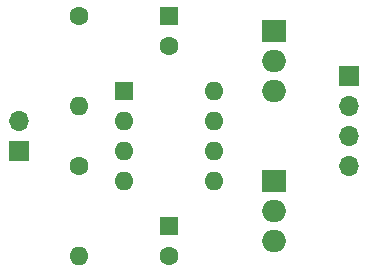
<source format=gbr>
G04 #@! TF.GenerationSoftware,KiCad,Pcbnew,5.0.0-fee4fd1~66~ubuntu18.04.1*
G04 #@! TF.CreationDate,2018-10-01T18:32:08+02:00*
G04 #@! TF.ProjectId,pwrsupply,707772737570706C792E6B696361645F,rev?*
G04 #@! TF.SameCoordinates,PX542d128PY52f7038*
G04 #@! TF.FileFunction,Copper,L1,Top,Signal*
G04 #@! TF.FilePolarity,Positive*
%FSLAX46Y46*%
G04 Gerber Fmt 4.6, Leading zero omitted, Abs format (unit mm)*
G04 Created by KiCad (PCBNEW 5.0.0-fee4fd1~66~ubuntu18.04.1) date Mon Oct  1 18:32:08 2018*
%MOMM*%
%LPD*%
G01*
G04 APERTURE LIST*
G04 #@! TA.AperFunction,ComponentPad*
%ADD10R,1.600000X1.600000*%
G04 #@! TD*
G04 #@! TA.AperFunction,ComponentPad*
%ADD11C,1.600000*%
G04 #@! TD*
G04 #@! TA.AperFunction,ComponentPad*
%ADD12O,1.600000X1.600000*%
G04 #@! TD*
G04 #@! TA.AperFunction,ComponentPad*
%ADD13R,2.000000X1.905000*%
G04 #@! TD*
G04 #@! TA.AperFunction,ComponentPad*
%ADD14O,2.000000X1.905000*%
G04 #@! TD*
G04 #@! TA.AperFunction,ComponentPad*
%ADD15R,1.700000X1.700000*%
G04 #@! TD*
G04 #@! TA.AperFunction,ComponentPad*
%ADD16O,1.700000X1.700000*%
G04 #@! TD*
G04 APERTURE END LIST*
D10*
G04 #@! TO.P,C1,1*
G04 #@! TO.N,Net-(C1-Pad1)*
X14605000Y22225000D03*
D11*
G04 #@! TO.P,C1,2*
G04 #@! TO.N,Net-(C1-Pad2)*
X14605000Y19725000D03*
G04 #@! TD*
G04 #@! TO.P,C2,2*
G04 #@! TO.N,Net-(C2-Pad2)*
X14605000Y1945000D03*
D10*
G04 #@! TO.P,C2,1*
G04 #@! TO.N,Net-(C1-Pad2)*
X14605000Y4445000D03*
G04 #@! TD*
D11*
G04 #@! TO.P,R1,1*
G04 #@! TO.N,Net-(C1-Pad1)*
X6985000Y22225000D03*
D12*
G04 #@! TO.P,R1,2*
G04 #@! TO.N,Net-(R1-Pad2)*
X6985000Y14605000D03*
G04 #@! TD*
G04 #@! TO.P,R2,2*
G04 #@! TO.N,Net-(C2-Pad2)*
X6985000Y1905000D03*
D11*
G04 #@! TO.P,R2,1*
G04 #@! TO.N,Net-(R1-Pad2)*
X6985000Y9525000D03*
G04 #@! TD*
D10*
G04 #@! TO.P,U1,1*
G04 #@! TO.N,Net-(C1-Pad2)*
X10795000Y15875000D03*
D12*
G04 #@! TO.P,U1,5*
G04 #@! TO.N,N/C*
X18415000Y8255000D03*
G04 #@! TO.P,U1,2*
G04 #@! TO.N,Net-(C1-Pad2)*
X10795000Y13335000D03*
G04 #@! TO.P,U1,6*
G04 #@! TO.N,N/C*
X18415000Y10795000D03*
G04 #@! TO.P,U1,3*
G04 #@! TO.N,Net-(R1-Pad2)*
X10795000Y10795000D03*
G04 #@! TO.P,U1,7*
G04 #@! TO.N,N/C*
X18415000Y13335000D03*
G04 #@! TO.P,U1,4*
G04 #@! TO.N,Net-(C2-Pad2)*
X10795000Y8255000D03*
G04 #@! TO.P,U1,8*
G04 #@! TO.N,Net-(C1-Pad1)*
X18415000Y15875000D03*
G04 #@! TD*
D13*
G04 #@! TO.P,U2,1*
G04 #@! TO.N,Net-(C1-Pad1)*
X23495000Y20955000D03*
D14*
G04 #@! TO.P,U2,2*
G04 #@! TO.N,Net-(C1-Pad2)*
X23495000Y18415000D03*
G04 #@! TO.P,U2,3*
G04 #@! TO.N,Net-(J2-Pad1)*
X23495000Y15875000D03*
G04 #@! TD*
G04 #@! TO.P,U3,3*
G04 #@! TO.N,Net-(J2-Pad4)*
X23495000Y3175000D03*
G04 #@! TO.P,U3,2*
G04 #@! TO.N,Net-(C2-Pad2)*
X23495000Y5715000D03*
D13*
G04 #@! TO.P,U3,1*
G04 #@! TO.N,Net-(C1-Pad2)*
X23495000Y8255000D03*
G04 #@! TD*
D15*
G04 #@! TO.P,J1,1*
G04 #@! TO.N,Net-(C2-Pad2)*
X1905000Y10795000D03*
D16*
G04 #@! TO.P,J1,2*
G04 #@! TO.N,Net-(C1-Pad1)*
X1905000Y13335000D03*
G04 #@! TD*
D15*
G04 #@! TO.P,J2,1*
G04 #@! TO.N,Net-(J2-Pad1)*
X29845000Y17145000D03*
D16*
G04 #@! TO.P,J2,2*
G04 #@! TO.N,Net-(C1-Pad2)*
X29845000Y14605000D03*
G04 #@! TO.P,J2,3*
X29845000Y12065000D03*
G04 #@! TO.P,J2,4*
G04 #@! TO.N,Net-(J2-Pad4)*
X29845000Y9525000D03*
G04 #@! TD*
M02*

</source>
